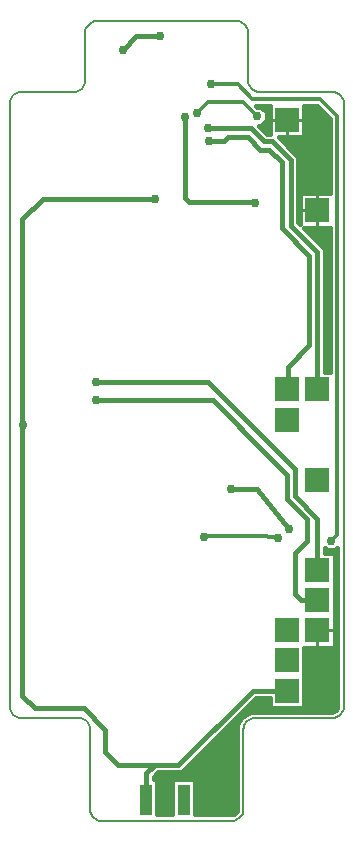
<source format=gbr>
G04 PROTEUS RS274X GERBER FILE*
%FSLAX45Y45*%
%MOMM*%
G01*
%ADD10C,0.381000*%
%ADD11C,0.304800*%
%ADD12C,0.762000*%
%ADD13C,0.254000*%
%ADD14R,1.016000X2.540000*%
%ADD15R,2.032000X2.032000*%
%ADD23C,0.203200*%
G36*
X+1399759Y-1163711D02*
X+1468145Y-1163711D01*
X+1485390Y-1146466D01*
X+1485390Y-2479397D01*
X+1484180Y-2491834D01*
X+1482368Y-2497817D01*
X+1471719Y-2513766D01*
X+1455773Y-2524413D01*
X+1449791Y-2526224D01*
X+1437341Y-2527436D01*
X+787341Y-2527436D01*
X+782569Y-2527900D01*
X+758897Y-2530204D01*
X+727060Y-2539844D01*
X+679530Y-2571579D01*
X+647797Y-2619109D01*
X+638159Y-2650941D01*
X+635390Y-2679397D01*
X+635390Y-3349397D01*
X+634180Y-3361834D01*
X+632368Y-3367817D01*
X+621719Y-3383766D01*
X+605773Y-3394413D01*
X+599791Y-3396224D01*
X+587352Y-3397435D01*
X+279249Y-3397435D01*
X+279249Y-3102351D01*
X+88751Y-3102351D01*
X+88751Y-3397435D01*
X-38251Y-3397435D01*
X-38251Y-3102351D01*
X-69513Y-3102351D01*
X-69513Y-3078232D01*
X-33441Y-3042161D01*
X+166004Y-3042160D01*
X+794665Y-2413499D01*
X+913951Y-2413499D01*
X+913951Y-2496049D01*
X+1206049Y-2496049D01*
X+1206049Y-1986049D01*
X+1461049Y-1986049D01*
X+1461049Y-1183951D01*
X+1378499Y-1183951D01*
X+1378499Y-1142451D01*
X+1399759Y-1163711D01*
G37*
%LPC*%
G36*
X+472501Y-3193946D02*
X+472501Y-3162382D01*
X+494819Y-3140064D01*
X+526383Y-3140064D01*
X+548701Y-3162382D01*
X+548701Y-3193946D01*
X+526383Y-3216264D01*
X+494819Y-3216264D01*
X+472501Y-3193946D01*
G37*
%LPD*%
G36*
X+913951Y+2363499D02*
X+886301Y+2363499D01*
X+820474Y+2429326D01*
X+839792Y+2429326D01*
X+888148Y+2477682D01*
X+888148Y+2546068D01*
X+839792Y+2594424D01*
X+807462Y+2594424D01*
X+798697Y+2603189D01*
X+913951Y+2603189D01*
X+913951Y+2363499D01*
G37*
G36*
X+1425311Y+2489236D02*
X+1425311Y+1861049D01*
X+1168951Y+1861049D01*
X+1168951Y+1598942D01*
X+1154295Y+1613598D01*
X+1154295Y+2169631D01*
X+989975Y+2333951D01*
X+1206049Y+2333951D01*
X+1206049Y+2603189D01*
X+1311358Y+2603189D01*
X+1425311Y+2489236D01*
G37*
G36*
X+1425311Y+346049D02*
X+1378499Y+346049D01*
X+1378499Y+1389394D01*
X+1198942Y+1568951D01*
X+1425311Y+1568951D01*
X+1425311Y+346049D01*
G37*
D10*
X-19147Y+3187940D02*
X-216062Y+3187940D01*
X-331114Y+3072888D01*
X+1060000Y-2350000D02*
X+768364Y-2350000D01*
X+139702Y-2978662D01*
X-59743Y-2978662D01*
X-133012Y-3051931D01*
X-133012Y-3273312D01*
X-133500Y-3273800D01*
X+1124322Y-659618D02*
X+1124322Y-590000D01*
X+1124322Y-474323D01*
X+953963Y-303964D01*
X+953963Y-301194D01*
X+386534Y+266235D01*
X-559629Y+266235D01*
X+1315000Y-1330000D02*
X+1315000Y-895000D01*
X+1124322Y-704322D01*
X+1124322Y-659618D01*
X+1055000Y-730000D02*
X+1226046Y-901046D01*
X+1226046Y-1082990D01*
X+1122288Y-1186748D01*
X+1122288Y-1317483D01*
X+1122288Y-1528971D01*
X+1178317Y-1585000D01*
X-558031Y+107921D02*
X+429394Y+107921D01*
X+907315Y-370000D01*
X+1055000Y-526491D01*
X+1055000Y-730000D01*
X+1178317Y-1585000D02*
X+1315000Y-1585000D01*
X+585000Y-645000D02*
X+800785Y-645785D01*
X+1075000Y-980000D01*
D11*
X+1433952Y-1081162D02*
X+1485000Y-1030114D01*
X+1485000Y+2513959D01*
X+1336081Y+2662878D01*
X+764024Y+2662878D01*
X+643464Y+2783438D01*
X+411562Y+2783438D01*
X+980000Y-1060000D02*
X+860000Y-1040000D01*
X+345000Y-1045000D01*
X+353233Y-1047195D01*
X+300379Y+2540379D02*
X+390034Y+2635000D01*
X+682474Y+2635000D01*
X+805599Y+2511875D01*
D10*
X+396650Y+2300000D02*
X+523006Y+2300000D01*
X+556925Y+2333919D01*
X+726081Y+2333919D01*
X+830000Y+2230000D01*
X+905954Y+2230000D01*
X+906508Y+2230554D01*
X+1015390Y+2121672D01*
X+1015390Y+1563033D01*
X+1247962Y+1330461D01*
X+1247962Y+572962D01*
X+1065000Y+390000D01*
X+1065000Y+205000D01*
X+1060000Y+200000D01*
X+393797Y+2409599D02*
X+750401Y+2409599D01*
X+860000Y+2300000D01*
X+934126Y+2300000D01*
X+1090796Y+2143330D01*
X+1090796Y+1587297D01*
X+1315000Y+1363093D01*
X+1315000Y+200000D01*
X+195000Y+2505000D02*
X+193517Y+1823517D01*
X+232529Y+1784505D01*
X+785454Y+1784505D01*
X+788333Y+1781626D01*
X-1180000Y-100000D02*
X-1185060Y-100000D01*
X-59743Y-2978662D02*
X-371338Y-2978662D01*
X-480000Y-2870000D01*
X-480000Y-2680001D01*
X-660001Y-2500000D01*
X-1078327Y-2500000D01*
X-1185060Y-2393267D01*
X-1185060Y-100000D01*
X-1185060Y+1638983D01*
X-1009043Y+1815000D01*
X-61578Y+1815000D01*
D12*
X-19147Y+3187940D03*
X-331114Y+3072888D03*
X-559629Y+266235D03*
X-558031Y+107921D03*
X+510601Y-3178164D03*
X+585000Y-645000D03*
X+1075000Y-980000D03*
X+1433952Y-1081162D03*
X+411562Y+2783438D03*
X+980000Y-1060000D03*
X+353233Y-1047195D03*
X+300379Y+2540379D03*
X+805599Y+2511875D03*
X+396650Y+2300000D03*
X+393797Y+2409599D03*
X+195000Y+2505000D03*
X+788333Y+1781626D03*
X-61578Y+1815000D03*
X-1180000Y-100000D03*
D10*
X+1399759Y-1163711D02*
X+1468145Y-1163711D01*
X+1485390Y-1146466D01*
X+1485390Y-2479397D01*
X+1484180Y-2491834D01*
X+1482368Y-2497817D01*
X+1471719Y-2513766D01*
X+1455773Y-2524413D01*
X+1449791Y-2526224D01*
X+1437341Y-2527436D01*
X+787341Y-2527436D01*
X+782569Y-2527900D01*
X+758897Y-2530204D01*
X+727060Y-2539844D01*
X+679530Y-2571579D01*
X+647797Y-2619109D01*
X+638159Y-2650941D01*
X+635390Y-2679397D01*
X+635390Y-3349397D01*
X+634180Y-3361834D01*
X+632368Y-3367817D01*
X+621719Y-3383766D01*
X+605773Y-3394413D01*
X+599791Y-3396224D01*
X+587352Y-3397435D01*
X+279249Y-3397435D01*
X+279249Y-3102351D01*
X+88751Y-3102351D01*
X+88751Y-3397435D01*
X-38251Y-3397435D01*
X-38251Y-3102351D01*
X-69513Y-3102351D01*
X-69513Y-3078232D01*
X-33441Y-3042161D01*
X+166004Y-3042160D01*
X+794665Y-2413499D01*
X+913951Y-2413499D01*
X+913951Y-2496049D01*
X+1206049Y-2496049D01*
X+1206049Y-1986049D01*
X+1461049Y-1986049D01*
X+1461049Y-1183951D01*
X+1378499Y-1183951D01*
X+1378499Y-1142451D01*
X+1399759Y-1163711D01*
X+472501Y-3193946D02*
X+472501Y-3162382D01*
X+494819Y-3140064D01*
X+526383Y-3140064D01*
X+548701Y-3162382D01*
X+548701Y-3193946D01*
X+526383Y-3216264D01*
X+494819Y-3216264D01*
X+472501Y-3193946D01*
X+913951Y+2363499D02*
X+886301Y+2363499D01*
X+820474Y+2429326D01*
X+839792Y+2429326D01*
X+888148Y+2477682D01*
X+888148Y+2546068D01*
X+839792Y+2594424D01*
X+807462Y+2594424D01*
X+798697Y+2603189D01*
X+913951Y+2603189D01*
X+913951Y+2363499D01*
X+1425311Y+2489236D02*
X+1425311Y+1861049D01*
X+1168951Y+1861049D01*
X+1168951Y+1598942D01*
X+1154295Y+1613598D01*
X+1154295Y+2169631D01*
X+989975Y+2333951D01*
X+1206049Y+2333951D01*
X+1206049Y+2603189D01*
X+1311358Y+2603189D01*
X+1425311Y+2489236D01*
X+1425311Y+346049D02*
X+1378499Y+346049D01*
X+1378499Y+1389394D01*
X+1198942Y+1568951D01*
X+1425311Y+1568951D01*
X+1425311Y+346049D01*
D13*
X+913951Y+2480000D02*
X+1060000Y+2480000D01*
X+1206049Y+2480000D02*
X+1060000Y+2480000D01*
X+1060000Y+2333951D02*
X+1060000Y+2480000D01*
X+1168951Y+1715000D02*
X+1315000Y+1715000D01*
X+1315000Y+1568951D02*
X+1315000Y+1715000D01*
X+1315000Y+1861049D02*
X+1315000Y+1715000D01*
X+1461049Y-1840000D02*
X+1315000Y-1840000D01*
X+1315000Y-1986049D02*
X+1315000Y-1840000D01*
D14*
X-133500Y-3273800D03*
X+184000Y-3273800D03*
D15*
X+1315000Y-570000D03*
X+1060000Y-60000D03*
X+1060000Y-2095000D03*
X+1060000Y-1840000D03*
X+1060000Y-2350000D03*
X+1060000Y+2480000D03*
X+1315000Y+1715000D03*
X+1060000Y+200000D03*
X+1315000Y+200000D03*
X+1315000Y-1585000D03*
X+1315000Y-1330000D03*
X+1315000Y-1840000D03*
D23*
X-610000Y-3352045D02*
X-608010Y-3372492D01*
X-602285Y-3391400D01*
X-581094Y-3423139D01*
X-549356Y-3444330D01*
X-530447Y-3450055D01*
X-510000Y-3452045D01*
X-610000Y-3352045D02*
X-610000Y-2682045D01*
X-611990Y-2661598D01*
X-617715Y-2642690D01*
X-638906Y-2610951D01*
X-670644Y-2589760D01*
X-689553Y-2584035D01*
X-710000Y-2582045D01*
X-1190000Y-2582045D01*
X-1290000Y-2482045D02*
X-1288010Y-2502492D01*
X-1282285Y-2521400D01*
X-1261094Y-2553139D01*
X-1229356Y-2574330D01*
X-1210447Y-2580055D01*
X-1190000Y-2582045D01*
X-1290000Y-2482045D02*
X-1290000Y+2617964D01*
X-1288010Y+2638411D01*
X-1282285Y+2657319D01*
X-1261094Y+2689058D01*
X-1229356Y+2710249D01*
X-1210447Y+2715974D01*
X-1190000Y+2717964D01*
X-750000Y+2717964D01*
X-650000Y+2817964D02*
X-651990Y+2797517D01*
X-657715Y+2778609D01*
X-678906Y+2746870D01*
X-710644Y+2725679D01*
X-729553Y+2719954D01*
X-750000Y+2717964D01*
X-650000Y+2817964D02*
X-650000Y+3218300D01*
X-648010Y+3238747D01*
X-642285Y+3257655D01*
X-621094Y+3289394D01*
X-589356Y+3310585D01*
X-570447Y+3316310D01*
X-550000Y+3318300D01*
X+630000Y+3318300D01*
X+730000Y+3218300D02*
X+728010Y+3238747D01*
X+722285Y+3257655D01*
X+701094Y+3289394D01*
X+669356Y+3310585D01*
X+650447Y+3316310D01*
X+630000Y+3318300D01*
X+730000Y+3218300D02*
X+730000Y+2817964D01*
X+731990Y+2797517D01*
X+737715Y+2778609D01*
X+758906Y+2746870D01*
X+790644Y+2725679D01*
X+809553Y+2719954D01*
X+830000Y+2717964D01*
X+1440000Y+2717964D01*
X+1540000Y+2617964D02*
X+1538010Y+2638411D01*
X+1532285Y+2657319D01*
X+1511094Y+2689058D01*
X+1479356Y+2710249D01*
X+1460447Y+2715974D01*
X+1440000Y+2717964D01*
X+1540000Y+2617964D02*
X+1540000Y-2482045D01*
X+1538010Y-2502492D01*
X+1532285Y-2521400D01*
X+1511094Y-2553139D01*
X+1479356Y-2574330D01*
X+1460447Y-2580055D01*
X+1440000Y-2582045D01*
X+790000Y-2582045D01*
X+690000Y-2682045D02*
X+691990Y-2661598D01*
X+697715Y-2642690D01*
X+718906Y-2610951D01*
X+750644Y-2589760D01*
X+769553Y-2584035D01*
X+790000Y-2582045D01*
X+690000Y-2682045D02*
X+690000Y-3352045D01*
X+688010Y-3372492D01*
X+682285Y-3391400D01*
X+661094Y-3423139D01*
X+629356Y-3444330D01*
X+610447Y-3450055D01*
X+590000Y-3452045D01*
X+302500Y-3452045D01*
X-222500Y-3452045D02*
X-510000Y-3452045D01*
X+302500Y-3452045D02*
X-222500Y-3452045D01*
M02*

</source>
